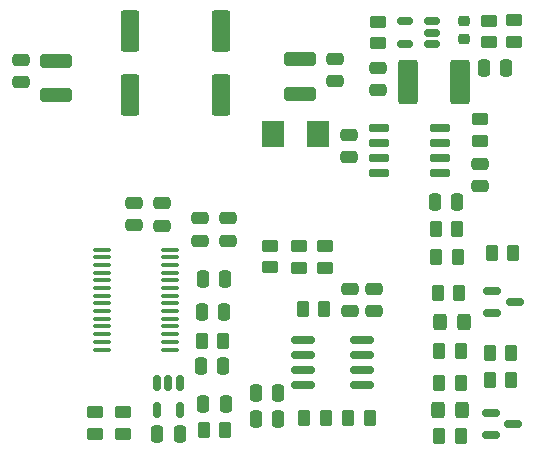
<source format=gbr>
%TF.GenerationSoftware,KiCad,Pcbnew,8.0.5*%
%TF.CreationDate,2024-12-08T21:31:53-05:00*%
%TF.ProjectId,power_glitcher,706f7765-725f-4676-9c69-74636865722e,3.0*%
%TF.SameCoordinates,Original*%
%TF.FileFunction,Paste,Top*%
%TF.FilePolarity,Positive*%
%FSLAX46Y46*%
G04 Gerber Fmt 4.6, Leading zero omitted, Abs format (unit mm)*
G04 Created by KiCad (PCBNEW 8.0.5) date 2024-12-08 21:31:53*
%MOMM*%
%LPD*%
G01*
G04 APERTURE LIST*
G04 Aperture macros list*
%AMRoundRect*
0 Rectangle with rounded corners*
0 $1 Rounding radius*
0 $2 $3 $4 $5 $6 $7 $8 $9 X,Y pos of 4 corners*
0 Add a 4 corners polygon primitive as box body*
4,1,4,$2,$3,$4,$5,$6,$7,$8,$9,$2,$3,0*
0 Add four circle primitives for the rounded corners*
1,1,$1+$1,$2,$3*
1,1,$1+$1,$4,$5*
1,1,$1+$1,$6,$7*
1,1,$1+$1,$8,$9*
0 Add four rect primitives between the rounded corners*
20,1,$1+$1,$2,$3,$4,$5,0*
20,1,$1+$1,$4,$5,$6,$7,0*
20,1,$1+$1,$6,$7,$8,$9,0*
20,1,$1+$1,$8,$9,$2,$3,0*%
G04 Aperture macros list end*
%ADD10RoundRect,0.250000X-0.450000X0.262500X-0.450000X-0.262500X0.450000X-0.262500X0.450000X0.262500X0*%
%ADD11RoundRect,0.250000X0.475000X-0.250000X0.475000X0.250000X-0.475000X0.250000X-0.475000X-0.250000X0*%
%ADD12RoundRect,0.150000X-0.725000X-0.150000X0.725000X-0.150000X0.725000X0.150000X-0.725000X0.150000X0*%
%ADD13RoundRect,0.150000X-0.825000X-0.150000X0.825000X-0.150000X0.825000X0.150000X-0.825000X0.150000X0*%
%ADD14RoundRect,0.250000X0.262500X0.450000X-0.262500X0.450000X-0.262500X-0.450000X0.262500X-0.450000X0*%
%ADD15RoundRect,0.250000X-0.262500X-0.450000X0.262500X-0.450000X0.262500X0.450000X-0.262500X0.450000X0*%
%ADD16RoundRect,0.250000X-0.550000X1.500000X-0.550000X-1.500000X0.550000X-1.500000X0.550000X1.500000X0*%
%ADD17RoundRect,0.250000X0.450000X-0.262500X0.450000X0.262500X-0.450000X0.262500X-0.450000X-0.262500X0*%
%ADD18RoundRect,0.250000X0.250000X0.475000X-0.250000X0.475000X-0.250000X-0.475000X0.250000X-0.475000X0*%
%ADD19RoundRect,0.150000X-0.150000X0.512500X-0.150000X-0.512500X0.150000X-0.512500X0.150000X0.512500X0*%
%ADD20RoundRect,0.250000X-0.475000X0.250000X-0.475000X-0.250000X0.475000X-0.250000X0.475000X0.250000X0*%
%ADD21RoundRect,0.250000X-0.250000X-0.475000X0.250000X-0.475000X0.250000X0.475000X-0.250000X0.475000X0*%
%ADD22RoundRect,0.100000X-0.637500X-0.100000X0.637500X-0.100000X0.637500X0.100000X-0.637500X0.100000X0*%
%ADD23RoundRect,0.250000X0.587500X1.625000X-0.587500X1.625000X-0.587500X-1.625000X0.587500X-1.625000X0*%
%ADD24RoundRect,0.225000X0.250000X-0.225000X0.250000X0.225000X-0.250000X0.225000X-0.250000X-0.225000X0*%
%ADD25RoundRect,0.150000X0.512500X0.150000X-0.512500X0.150000X-0.512500X-0.150000X0.512500X-0.150000X0*%
%ADD26RoundRect,0.250000X-0.325000X-0.450000X0.325000X-0.450000X0.325000X0.450000X-0.325000X0.450000X0*%
%ADD27RoundRect,0.150000X-0.587500X-0.150000X0.587500X-0.150000X0.587500X0.150000X-0.587500X0.150000X0*%
%ADD28RoundRect,0.250000X0.325000X0.450000X-0.325000X0.450000X-0.325000X-0.450000X0.325000X-0.450000X0*%
%ADD29RoundRect,0.250000X-1.100000X0.325000X-1.100000X-0.325000X1.100000X-0.325000X1.100000X0.325000X0*%
%ADD30R,1.854500X2.286000*%
G04 APERTURE END LIST*
D10*
%TO.C,R21*%
X121770000Y-56410000D03*
X121770000Y-58235000D03*
%TD*%
D11*
%TO.C,C17*%
X99644200Y-75031600D03*
X99644200Y-73131600D03*
%TD*%
D12*
%TO.C,U4*%
X112477400Y-65495400D03*
X112477400Y-66765400D03*
X112477400Y-68035400D03*
X112477400Y-69305400D03*
X117627400Y-69305400D03*
X117627400Y-68035400D03*
X117627400Y-66765400D03*
X117627400Y-65495400D03*
%TD*%
D13*
%TO.C,U2*%
X106048000Y-83439000D03*
X106048000Y-84709000D03*
X106048000Y-85979000D03*
X106048000Y-87249000D03*
X110998000Y-87249000D03*
X110998000Y-85979000D03*
X110998000Y-84709000D03*
X110998000Y-83439000D03*
%TD*%
D14*
%TO.C,R2*%
X123665000Y-86842600D03*
X121840000Y-86842600D03*
%TD*%
D15*
%TO.C,R16*%
X117273700Y-76454000D03*
X119098700Y-76454000D03*
%TD*%
D16*
%TO.C,C6*%
X99065000Y-57302400D03*
X99065000Y-62702400D03*
%TD*%
D17*
%TO.C,R20*%
X123878200Y-58209600D03*
X123878200Y-56384600D03*
%TD*%
D15*
%TO.C,R6*%
X109840000Y-90043000D03*
X111665000Y-90043000D03*
%TD*%
D14*
%TO.C,R15*%
X99261300Y-83515200D03*
X97436300Y-83515200D03*
%TD*%
D18*
%TO.C,C22*%
X103896200Y-90119200D03*
X101996200Y-90119200D03*
%TD*%
D19*
%TO.C,U3*%
X95565000Y-87096600D03*
X94615000Y-87096600D03*
X93665000Y-87096600D03*
X93665000Y-89371600D03*
X95565000Y-89371600D03*
%TD*%
D17*
%TO.C,R10*%
X103200200Y-77290300D03*
X103200200Y-75465300D03*
%TD*%
D20*
%TO.C,C23*%
X109931200Y-66090800D03*
X109931200Y-67990800D03*
%TD*%
D15*
%TO.C,R18*%
X117527700Y-87122000D03*
X119352700Y-87122000D03*
%TD*%
D21*
%TO.C,C2*%
X97460000Y-81070000D03*
X99360000Y-81070000D03*
%TD*%
D17*
%TO.C,R13*%
X90779600Y-91389200D03*
X90779600Y-89564200D03*
%TD*%
D11*
%TO.C,C11*%
X109956600Y-81000600D03*
X109956600Y-79100600D03*
%TD*%
D14*
%TO.C,R12*%
X99439100Y-91059000D03*
X97614100Y-91059000D03*
%TD*%
D15*
%TO.C,R3*%
X121998100Y-76073000D03*
X123823100Y-76073000D03*
%TD*%
D11*
%TO.C,C24*%
X121031000Y-70429200D03*
X121031000Y-68529200D03*
%TD*%
D22*
%TO.C,U1*%
X89017000Y-75804000D03*
X89017000Y-76454000D03*
X89017000Y-77104000D03*
X89017000Y-77754000D03*
X89017000Y-78404000D03*
X89017000Y-79054000D03*
X89017000Y-79704000D03*
X89017000Y-80354000D03*
X89017000Y-81004000D03*
X89017000Y-81654000D03*
X89017000Y-82304000D03*
X89017000Y-82954000D03*
X89017000Y-83604000D03*
X89017000Y-84254000D03*
X94742000Y-84254000D03*
X94742000Y-83604000D03*
X94742000Y-82954000D03*
X94742000Y-82304000D03*
X94742000Y-81654000D03*
X94742000Y-81004000D03*
X94742000Y-80354000D03*
X94742000Y-79704000D03*
X94742000Y-79054000D03*
X94742000Y-78404000D03*
X94742000Y-77754000D03*
X94742000Y-77104000D03*
X94742000Y-76454000D03*
X94742000Y-75804000D03*
%TD*%
D11*
%TO.C,C13*%
X112064800Y-80990400D03*
X112064800Y-79090400D03*
%TD*%
D23*
%TO.C,D3*%
X119284600Y-61569600D03*
X114909600Y-61569600D03*
%TD*%
D18*
%TO.C,C21*%
X103896200Y-87934800D03*
X101996200Y-87934800D03*
%TD*%
D10*
%TO.C,R8*%
X105689400Y-75490700D03*
X105689400Y-77315700D03*
%TD*%
%TO.C,R22*%
X112369600Y-56515000D03*
X112369600Y-58340000D03*
%TD*%
D14*
%TO.C,R19*%
X119364800Y-84404200D03*
X117539800Y-84404200D03*
%TD*%
%TO.C,R4*%
X119259400Y-79502000D03*
X117434400Y-79502000D03*
%TD*%
D17*
%TO.C,R14*%
X88366600Y-91389200D03*
X88366600Y-89564200D03*
%TD*%
D15*
%TO.C,R1*%
X121818400Y-84582000D03*
X123643400Y-84582000D03*
%TD*%
D24*
%TO.C,C20*%
X119687200Y-57959400D03*
X119687200Y-56409400D03*
%TD*%
D25*
%TO.C,U5*%
X116936100Y-58379400D03*
X116936100Y-57429400D03*
X116936100Y-56479400D03*
X114661100Y-56479400D03*
X114661100Y-58379400D03*
%TD*%
D20*
%TO.C,C10*%
X82169000Y-59715400D03*
X82169000Y-61615400D03*
%TD*%
D21*
%TO.C,C3*%
X97525800Y-78282800D03*
X99425800Y-78282800D03*
%TD*%
D14*
%TO.C,R11*%
X119085400Y-74041000D03*
X117260400Y-74041000D03*
%TD*%
D18*
%TO.C,C19*%
X123215400Y-60401200D03*
X121315400Y-60401200D03*
%TD*%
D26*
%TO.C,D1*%
X117575900Y-81915000D03*
X119625900Y-81915000D03*
%TD*%
D17*
%TO.C,R9*%
X107848400Y-77315700D03*
X107848400Y-75490700D03*
%TD*%
D16*
%TO.C,C8*%
X91368800Y-57287200D03*
X91368800Y-62687200D03*
%TD*%
D11*
%TO.C,C14*%
X94107000Y-73756600D03*
X94107000Y-71856600D03*
%TD*%
%TO.C,C15*%
X91744800Y-73731200D03*
X91744800Y-71831200D03*
%TD*%
D15*
%TO.C,R5*%
X117537900Y-91567000D03*
X119362900Y-91567000D03*
%TD*%
D11*
%TO.C,C18*%
X112369600Y-62301200D03*
X112369600Y-60401200D03*
%TD*%
D27*
%TO.C,Q1*%
X122049300Y-79288600D03*
X122049300Y-81188600D03*
X123924300Y-80238600D03*
%TD*%
D28*
%TO.C,D2*%
X119471100Y-89414600D03*
X117421100Y-89414600D03*
%TD*%
D11*
%TO.C,C16*%
X97332800Y-75041800D03*
X97332800Y-73141800D03*
%TD*%
D18*
%TO.C,C1*%
X119085400Y-71755000D03*
X117185400Y-71755000D03*
%TD*%
D15*
%TO.C,R7*%
X105996100Y-80797400D03*
X107821100Y-80797400D03*
%TD*%
D10*
%TO.C,R23*%
X121031000Y-64771900D03*
X121031000Y-66596900D03*
%TD*%
D20*
%TO.C,C7*%
X108742400Y-59639200D03*
X108742400Y-61539200D03*
%TD*%
D29*
%TO.C,C5*%
X105770600Y-59690000D03*
X105770600Y-62640000D03*
%TD*%
D30*
%TO.C,L1*%
X103517750Y-66040000D03*
X107302250Y-66040000D03*
%TD*%
D21*
%TO.C,C12*%
X97586800Y-88900000D03*
X99486800Y-88900000D03*
%TD*%
%TO.C,C4*%
X97348000Y-85648800D03*
X99248000Y-85648800D03*
%TD*%
D18*
%TO.C,C25*%
X95590400Y-91440000D03*
X93690400Y-91440000D03*
%TD*%
D27*
%TO.C,Q2*%
X121950000Y-89626400D03*
X121950000Y-91526400D03*
X123825000Y-90576400D03*
%TD*%
D29*
%TO.C,C9*%
X85090000Y-59791600D03*
X85090000Y-62741600D03*
%TD*%
D15*
%TO.C,R17*%
X106110000Y-90043000D03*
X107935000Y-90043000D03*
%TD*%
M02*

</source>
